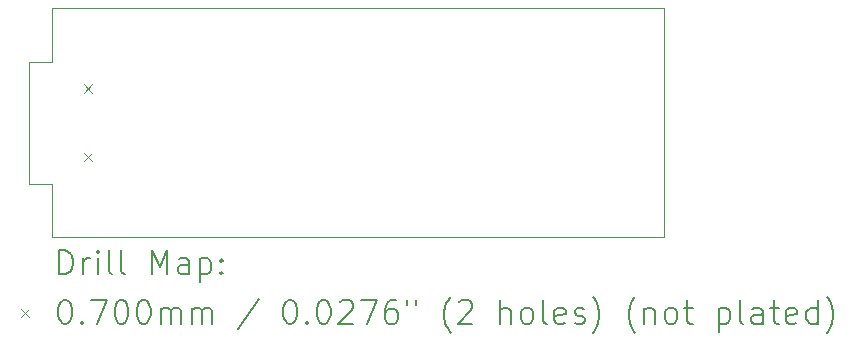
<source format=gbr>
%TF.GenerationSoftware,KiCad,Pcbnew,(6.0.7-1)-1*%
%TF.CreationDate,2022-09-08T10:24:58-04:00*%
%TF.ProjectId,F405_pill,46343035-5f70-4696-9c6c-2e6b69636164,rev?*%
%TF.SameCoordinates,Original*%
%TF.FileFunction,Drillmap*%
%TF.FilePolarity,Positive*%
%FSLAX45Y45*%
G04 Gerber Fmt 4.5, Leading zero omitted, Abs format (unit mm)*
G04 Created by KiCad (PCBNEW (6.0.7-1)-1) date 2022-09-08 10:24:58*
%MOMM*%
%LPD*%
G01*
G04 APERTURE LIST*
%ADD10C,0.040000*%
%ADD11C,0.200000*%
%ADD12C,0.070000*%
G04 APERTURE END LIST*
D10*
X14813197Y-9440790D02*
X14813197Y-7498829D01*
X9631190Y-7498829D02*
X9631190Y-7956095D01*
X9437275Y-7956095D02*
X9437275Y-8992313D01*
X9437275Y-8992313D02*
X9631190Y-8992313D01*
X9631190Y-7956095D02*
X9437275Y-7956095D01*
X9631190Y-8992313D02*
X9631190Y-9440790D01*
X14813197Y-7498829D02*
X9631190Y-7498829D01*
X9631190Y-9440790D02*
X14813197Y-9440790D01*
D11*
D12*
X9898200Y-8147200D02*
X9968200Y-8217200D01*
X9968200Y-8147200D02*
X9898200Y-8217200D01*
X9898200Y-8725200D02*
X9968200Y-8795200D01*
X9968200Y-8725200D02*
X9898200Y-8795200D01*
D11*
X9692894Y-9753266D02*
X9692894Y-9553266D01*
X9740513Y-9553266D01*
X9769084Y-9562790D01*
X9788132Y-9581838D01*
X9797656Y-9600886D01*
X9807180Y-9638981D01*
X9807180Y-9667552D01*
X9797656Y-9705647D01*
X9788132Y-9724695D01*
X9769084Y-9743743D01*
X9740513Y-9753266D01*
X9692894Y-9753266D01*
X9892894Y-9753266D02*
X9892894Y-9619933D01*
X9892894Y-9658028D02*
X9902418Y-9638981D01*
X9911942Y-9629457D01*
X9930989Y-9619933D01*
X9950037Y-9619933D01*
X10016703Y-9753266D02*
X10016703Y-9619933D01*
X10016703Y-9553266D02*
X10007180Y-9562790D01*
X10016703Y-9572314D01*
X10026227Y-9562790D01*
X10016703Y-9553266D01*
X10016703Y-9572314D01*
X10140513Y-9753266D02*
X10121465Y-9743743D01*
X10111942Y-9724695D01*
X10111942Y-9553266D01*
X10245275Y-9753266D02*
X10226227Y-9743743D01*
X10216703Y-9724695D01*
X10216703Y-9553266D01*
X10473846Y-9753266D02*
X10473846Y-9553266D01*
X10540513Y-9696124D01*
X10607180Y-9553266D01*
X10607180Y-9753266D01*
X10788132Y-9753266D02*
X10788132Y-9648505D01*
X10778608Y-9629457D01*
X10759561Y-9619933D01*
X10721465Y-9619933D01*
X10702418Y-9629457D01*
X10788132Y-9743743D02*
X10769084Y-9753266D01*
X10721465Y-9753266D01*
X10702418Y-9743743D01*
X10692894Y-9724695D01*
X10692894Y-9705647D01*
X10702418Y-9686600D01*
X10721465Y-9677076D01*
X10769084Y-9677076D01*
X10788132Y-9667552D01*
X10883370Y-9619933D02*
X10883370Y-9819933D01*
X10883370Y-9629457D02*
X10902418Y-9619933D01*
X10940513Y-9619933D01*
X10959561Y-9629457D01*
X10969084Y-9638981D01*
X10978608Y-9658028D01*
X10978608Y-9715171D01*
X10969084Y-9734219D01*
X10959561Y-9743743D01*
X10940513Y-9753266D01*
X10902418Y-9753266D01*
X10883370Y-9743743D01*
X11064323Y-9734219D02*
X11073846Y-9743743D01*
X11064323Y-9753266D01*
X11054799Y-9743743D01*
X11064323Y-9734219D01*
X11064323Y-9753266D01*
X11064323Y-9629457D02*
X11073846Y-9638981D01*
X11064323Y-9648505D01*
X11054799Y-9638981D01*
X11064323Y-9629457D01*
X11064323Y-9648505D01*
D12*
X9365275Y-10047790D02*
X9435275Y-10117790D01*
X9435275Y-10047790D02*
X9365275Y-10117790D01*
D11*
X9730989Y-9973266D02*
X9750037Y-9973266D01*
X9769084Y-9982790D01*
X9778608Y-9992314D01*
X9788132Y-10011362D01*
X9797656Y-10049457D01*
X9797656Y-10097076D01*
X9788132Y-10135171D01*
X9778608Y-10154219D01*
X9769084Y-10163743D01*
X9750037Y-10173266D01*
X9730989Y-10173266D01*
X9711942Y-10163743D01*
X9702418Y-10154219D01*
X9692894Y-10135171D01*
X9683370Y-10097076D01*
X9683370Y-10049457D01*
X9692894Y-10011362D01*
X9702418Y-9992314D01*
X9711942Y-9982790D01*
X9730989Y-9973266D01*
X9883370Y-10154219D02*
X9892894Y-10163743D01*
X9883370Y-10173266D01*
X9873846Y-10163743D01*
X9883370Y-10154219D01*
X9883370Y-10173266D01*
X9959561Y-9973266D02*
X10092894Y-9973266D01*
X10007180Y-10173266D01*
X10207180Y-9973266D02*
X10226227Y-9973266D01*
X10245275Y-9982790D01*
X10254799Y-9992314D01*
X10264323Y-10011362D01*
X10273846Y-10049457D01*
X10273846Y-10097076D01*
X10264323Y-10135171D01*
X10254799Y-10154219D01*
X10245275Y-10163743D01*
X10226227Y-10173266D01*
X10207180Y-10173266D01*
X10188132Y-10163743D01*
X10178608Y-10154219D01*
X10169084Y-10135171D01*
X10159561Y-10097076D01*
X10159561Y-10049457D01*
X10169084Y-10011362D01*
X10178608Y-9992314D01*
X10188132Y-9982790D01*
X10207180Y-9973266D01*
X10397656Y-9973266D02*
X10416703Y-9973266D01*
X10435751Y-9982790D01*
X10445275Y-9992314D01*
X10454799Y-10011362D01*
X10464323Y-10049457D01*
X10464323Y-10097076D01*
X10454799Y-10135171D01*
X10445275Y-10154219D01*
X10435751Y-10163743D01*
X10416703Y-10173266D01*
X10397656Y-10173266D01*
X10378608Y-10163743D01*
X10369084Y-10154219D01*
X10359561Y-10135171D01*
X10350037Y-10097076D01*
X10350037Y-10049457D01*
X10359561Y-10011362D01*
X10369084Y-9992314D01*
X10378608Y-9982790D01*
X10397656Y-9973266D01*
X10550037Y-10173266D02*
X10550037Y-10039933D01*
X10550037Y-10058981D02*
X10559561Y-10049457D01*
X10578608Y-10039933D01*
X10607180Y-10039933D01*
X10626227Y-10049457D01*
X10635751Y-10068505D01*
X10635751Y-10173266D01*
X10635751Y-10068505D02*
X10645275Y-10049457D01*
X10664323Y-10039933D01*
X10692894Y-10039933D01*
X10711942Y-10049457D01*
X10721465Y-10068505D01*
X10721465Y-10173266D01*
X10816703Y-10173266D02*
X10816703Y-10039933D01*
X10816703Y-10058981D02*
X10826227Y-10049457D01*
X10845275Y-10039933D01*
X10873846Y-10039933D01*
X10892894Y-10049457D01*
X10902418Y-10068505D01*
X10902418Y-10173266D01*
X10902418Y-10068505D02*
X10911942Y-10049457D01*
X10930989Y-10039933D01*
X10959561Y-10039933D01*
X10978608Y-10049457D01*
X10988132Y-10068505D01*
X10988132Y-10173266D01*
X11378608Y-9963743D02*
X11207180Y-10220886D01*
X11635751Y-9973266D02*
X11654799Y-9973266D01*
X11673846Y-9982790D01*
X11683370Y-9992314D01*
X11692894Y-10011362D01*
X11702418Y-10049457D01*
X11702418Y-10097076D01*
X11692894Y-10135171D01*
X11683370Y-10154219D01*
X11673846Y-10163743D01*
X11654799Y-10173266D01*
X11635751Y-10173266D01*
X11616703Y-10163743D01*
X11607180Y-10154219D01*
X11597656Y-10135171D01*
X11588132Y-10097076D01*
X11588132Y-10049457D01*
X11597656Y-10011362D01*
X11607180Y-9992314D01*
X11616703Y-9982790D01*
X11635751Y-9973266D01*
X11788132Y-10154219D02*
X11797656Y-10163743D01*
X11788132Y-10173266D01*
X11778608Y-10163743D01*
X11788132Y-10154219D01*
X11788132Y-10173266D01*
X11921465Y-9973266D02*
X11940513Y-9973266D01*
X11959561Y-9982790D01*
X11969084Y-9992314D01*
X11978608Y-10011362D01*
X11988132Y-10049457D01*
X11988132Y-10097076D01*
X11978608Y-10135171D01*
X11969084Y-10154219D01*
X11959561Y-10163743D01*
X11940513Y-10173266D01*
X11921465Y-10173266D01*
X11902418Y-10163743D01*
X11892894Y-10154219D01*
X11883370Y-10135171D01*
X11873846Y-10097076D01*
X11873846Y-10049457D01*
X11883370Y-10011362D01*
X11892894Y-9992314D01*
X11902418Y-9982790D01*
X11921465Y-9973266D01*
X12064322Y-9992314D02*
X12073846Y-9982790D01*
X12092894Y-9973266D01*
X12140513Y-9973266D01*
X12159561Y-9982790D01*
X12169084Y-9992314D01*
X12178608Y-10011362D01*
X12178608Y-10030409D01*
X12169084Y-10058981D01*
X12054799Y-10173266D01*
X12178608Y-10173266D01*
X12245275Y-9973266D02*
X12378608Y-9973266D01*
X12292894Y-10173266D01*
X12540513Y-9973266D02*
X12502418Y-9973266D01*
X12483370Y-9982790D01*
X12473846Y-9992314D01*
X12454799Y-10020886D01*
X12445275Y-10058981D01*
X12445275Y-10135171D01*
X12454799Y-10154219D01*
X12464322Y-10163743D01*
X12483370Y-10173266D01*
X12521465Y-10173266D01*
X12540513Y-10163743D01*
X12550037Y-10154219D01*
X12559561Y-10135171D01*
X12559561Y-10087552D01*
X12550037Y-10068505D01*
X12540513Y-10058981D01*
X12521465Y-10049457D01*
X12483370Y-10049457D01*
X12464322Y-10058981D01*
X12454799Y-10068505D01*
X12445275Y-10087552D01*
X12635751Y-9973266D02*
X12635751Y-10011362D01*
X12711941Y-9973266D02*
X12711941Y-10011362D01*
X13007180Y-10249457D02*
X12997656Y-10239933D01*
X12978608Y-10211362D01*
X12969084Y-10192314D01*
X12959561Y-10163743D01*
X12950037Y-10116124D01*
X12950037Y-10078028D01*
X12959561Y-10030409D01*
X12969084Y-10001838D01*
X12978608Y-9982790D01*
X12997656Y-9954219D01*
X13007180Y-9944695D01*
X13073846Y-9992314D02*
X13083370Y-9982790D01*
X13102418Y-9973266D01*
X13150037Y-9973266D01*
X13169084Y-9982790D01*
X13178608Y-9992314D01*
X13188132Y-10011362D01*
X13188132Y-10030409D01*
X13178608Y-10058981D01*
X13064322Y-10173266D01*
X13188132Y-10173266D01*
X13426227Y-10173266D02*
X13426227Y-9973266D01*
X13511941Y-10173266D02*
X13511941Y-10068505D01*
X13502418Y-10049457D01*
X13483370Y-10039933D01*
X13454799Y-10039933D01*
X13435751Y-10049457D01*
X13426227Y-10058981D01*
X13635751Y-10173266D02*
X13616703Y-10163743D01*
X13607180Y-10154219D01*
X13597656Y-10135171D01*
X13597656Y-10078028D01*
X13607180Y-10058981D01*
X13616703Y-10049457D01*
X13635751Y-10039933D01*
X13664322Y-10039933D01*
X13683370Y-10049457D01*
X13692894Y-10058981D01*
X13702418Y-10078028D01*
X13702418Y-10135171D01*
X13692894Y-10154219D01*
X13683370Y-10163743D01*
X13664322Y-10173266D01*
X13635751Y-10173266D01*
X13816703Y-10173266D02*
X13797656Y-10163743D01*
X13788132Y-10144695D01*
X13788132Y-9973266D01*
X13969084Y-10163743D02*
X13950037Y-10173266D01*
X13911941Y-10173266D01*
X13892894Y-10163743D01*
X13883370Y-10144695D01*
X13883370Y-10068505D01*
X13892894Y-10049457D01*
X13911941Y-10039933D01*
X13950037Y-10039933D01*
X13969084Y-10049457D01*
X13978608Y-10068505D01*
X13978608Y-10087552D01*
X13883370Y-10106600D01*
X14054799Y-10163743D02*
X14073846Y-10173266D01*
X14111941Y-10173266D01*
X14130989Y-10163743D01*
X14140513Y-10144695D01*
X14140513Y-10135171D01*
X14130989Y-10116124D01*
X14111941Y-10106600D01*
X14083370Y-10106600D01*
X14064322Y-10097076D01*
X14054799Y-10078028D01*
X14054799Y-10068505D01*
X14064322Y-10049457D01*
X14083370Y-10039933D01*
X14111941Y-10039933D01*
X14130989Y-10049457D01*
X14207180Y-10249457D02*
X14216703Y-10239933D01*
X14235751Y-10211362D01*
X14245275Y-10192314D01*
X14254799Y-10163743D01*
X14264322Y-10116124D01*
X14264322Y-10078028D01*
X14254799Y-10030409D01*
X14245275Y-10001838D01*
X14235751Y-9982790D01*
X14216703Y-9954219D01*
X14207180Y-9944695D01*
X14569084Y-10249457D02*
X14559561Y-10239933D01*
X14540513Y-10211362D01*
X14530989Y-10192314D01*
X14521465Y-10163743D01*
X14511941Y-10116124D01*
X14511941Y-10078028D01*
X14521465Y-10030409D01*
X14530989Y-10001838D01*
X14540513Y-9982790D01*
X14559561Y-9954219D01*
X14569084Y-9944695D01*
X14645275Y-10039933D02*
X14645275Y-10173266D01*
X14645275Y-10058981D02*
X14654799Y-10049457D01*
X14673846Y-10039933D01*
X14702418Y-10039933D01*
X14721465Y-10049457D01*
X14730989Y-10068505D01*
X14730989Y-10173266D01*
X14854799Y-10173266D02*
X14835751Y-10163743D01*
X14826227Y-10154219D01*
X14816703Y-10135171D01*
X14816703Y-10078028D01*
X14826227Y-10058981D01*
X14835751Y-10049457D01*
X14854799Y-10039933D01*
X14883370Y-10039933D01*
X14902418Y-10049457D01*
X14911941Y-10058981D01*
X14921465Y-10078028D01*
X14921465Y-10135171D01*
X14911941Y-10154219D01*
X14902418Y-10163743D01*
X14883370Y-10173266D01*
X14854799Y-10173266D01*
X14978608Y-10039933D02*
X15054799Y-10039933D01*
X15007180Y-9973266D02*
X15007180Y-10144695D01*
X15016703Y-10163743D01*
X15035751Y-10173266D01*
X15054799Y-10173266D01*
X15273846Y-10039933D02*
X15273846Y-10239933D01*
X15273846Y-10049457D02*
X15292894Y-10039933D01*
X15330989Y-10039933D01*
X15350037Y-10049457D01*
X15359561Y-10058981D01*
X15369084Y-10078028D01*
X15369084Y-10135171D01*
X15359561Y-10154219D01*
X15350037Y-10163743D01*
X15330989Y-10173266D01*
X15292894Y-10173266D01*
X15273846Y-10163743D01*
X15483370Y-10173266D02*
X15464322Y-10163743D01*
X15454799Y-10144695D01*
X15454799Y-9973266D01*
X15645275Y-10173266D02*
X15645275Y-10068505D01*
X15635751Y-10049457D01*
X15616703Y-10039933D01*
X15578608Y-10039933D01*
X15559561Y-10049457D01*
X15645275Y-10163743D02*
X15626227Y-10173266D01*
X15578608Y-10173266D01*
X15559561Y-10163743D01*
X15550037Y-10144695D01*
X15550037Y-10125647D01*
X15559561Y-10106600D01*
X15578608Y-10097076D01*
X15626227Y-10097076D01*
X15645275Y-10087552D01*
X15711941Y-10039933D02*
X15788132Y-10039933D01*
X15740513Y-9973266D02*
X15740513Y-10144695D01*
X15750037Y-10163743D01*
X15769084Y-10173266D01*
X15788132Y-10173266D01*
X15930989Y-10163743D02*
X15911941Y-10173266D01*
X15873846Y-10173266D01*
X15854799Y-10163743D01*
X15845275Y-10144695D01*
X15845275Y-10068505D01*
X15854799Y-10049457D01*
X15873846Y-10039933D01*
X15911941Y-10039933D01*
X15930989Y-10049457D01*
X15940513Y-10068505D01*
X15940513Y-10087552D01*
X15845275Y-10106600D01*
X16111941Y-10173266D02*
X16111941Y-9973266D01*
X16111941Y-10163743D02*
X16092894Y-10173266D01*
X16054799Y-10173266D01*
X16035751Y-10163743D01*
X16026227Y-10154219D01*
X16016703Y-10135171D01*
X16016703Y-10078028D01*
X16026227Y-10058981D01*
X16035751Y-10049457D01*
X16054799Y-10039933D01*
X16092894Y-10039933D01*
X16111941Y-10049457D01*
X16188132Y-10249457D02*
X16197656Y-10239933D01*
X16216703Y-10211362D01*
X16226227Y-10192314D01*
X16235751Y-10163743D01*
X16245275Y-10116124D01*
X16245275Y-10078028D01*
X16235751Y-10030409D01*
X16226227Y-10001838D01*
X16216703Y-9982790D01*
X16197656Y-9954219D01*
X16188132Y-9944695D01*
M02*

</source>
